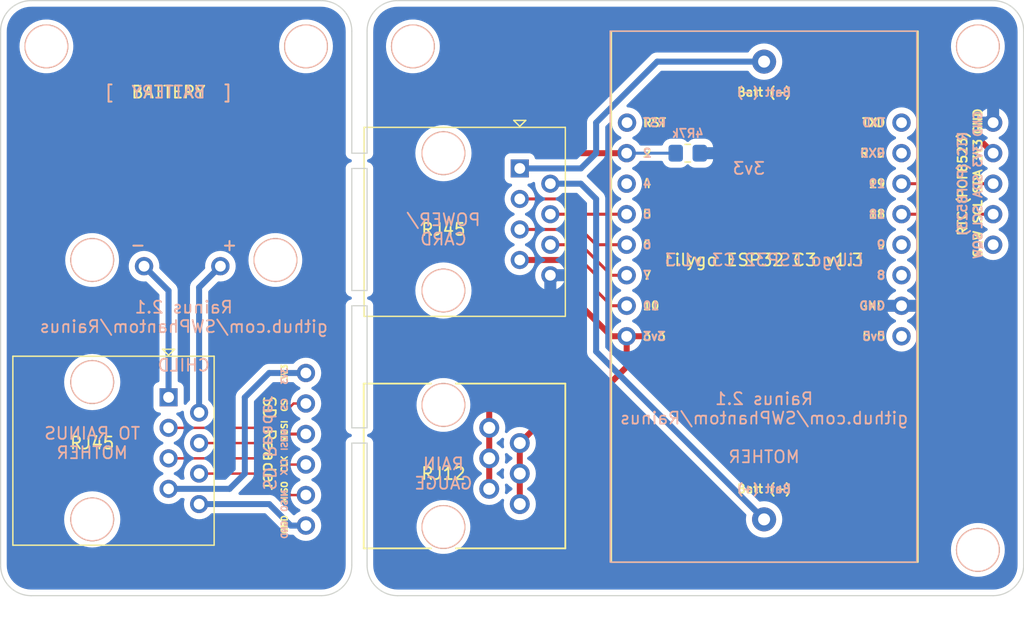
<source format=kicad_pcb>
(kicad_pcb (version 20211014) (generator pcbnew)
  (layers (0 "F.Cu" signal) (31 "B.Cu" signal) (34 "B.Paste" user) (35 "F.Paste" user) (36 "B.SilkS" user "B.Silkscreen") (37 "F.SilkS" user "F.Silkscreen") (38 "B.Mask" user) (39 "F.Mask" user) (44 "Edge.Cuts" user))
  (net 0 "")
  (footprint "" (layer "F.Cu") (at 120.64125 105.9275)
    (fp_text reference "" (at 0 0) (layer "F.SilkS") (effects (font (size 1.27 1.27))))
    (fp_text value "" (at 0 0) (layer "F.SilkS") (effects (font (size 1.27 1.27))))
    (pad "1" thru_hole circle (at 0 0) (size 1.524 1.524) (drill 0.9) (layers *.Cu *.Mask))
  )
  (footprint "footprints:CONN06_MOD-JACK_13P46X16P5_ASM" (layer "F.Cu") (at 138.43 104.14 90)
    (fp_text reference "REF**" hide)
    (fp_text value "CONN06_MOD-JACK_13P46X16P5_ASM")
    (fp_line (start -3.683 -12.976999) (end -3.683 -7.390225) (layer "F.SilkS") (width 0.1524))
    (fp_line (start -3.683 -5.309775) (end -3.683 3.787) (layer "F.SilkS") (width 0.1524))
    (fp_line (start 10.033 -12.976999) (end -3.683 -12.976999) (layer "F.SilkS") (width 0.1524))
    (fp_line (start 10.033 -7.390225) (end 10.033 -12.976999) (layer "F.SilkS") (width 0.1524))
    (fp_line (start -3.683 3.787) (end 10.033 3.787) (layer "F.SilkS") (width 0.1524))
    (fp_line (start 10.033 3.787) (end 10.033 -5.309775) (layer "F.SilkS") (width 0.1524))
    (pad "" np_thru_hole circle (at 8.255 -6.35) (size 3.65 3.65) (drill 3.45) (layers *.Cu *.SilkS *.Mask))
    (pad "" np_thru_hole circle (at -1.905 -6.35) (size 3.65 3.65) (drill 3.45) (layers *.Cu *.SilkS *.Mask))
    (pad "1" thru_hole circle (at 0 0 90) (size 1.651 1.651) (drill 1) (layers *.Cu *.Mask))
    (pad "2" thru_hole circle (at 1.27 -2.54 90) (size 1.651 1.651) (drill 1) (layers *.Cu *.Mask))
    (pad "3" thru_hole circle (at 2.54 0 90) (size 1.651 1.651) (drill 1) (layers *.Cu *.Mask))
    (pad "4" thru_hole circle (at 3.81 -2.54 90) (size 1.651 1.651) (drill 1) (layers *.Cu *.Mask))
    (pad "5" thru_hole circle (at 5.08 0 90) (size 1.651 1.651) (drill 1) (layers *.Cu *.Mask))
    (pad "6" thru_hole circle (at 6.35 -2.54 90) (size 1.651 1.651) (drill 1) (layers *.Cu *.Mask))
  )
  (footprint "clipboard:50623dbf-b44d-46ed-9fa6-c707c9688e8f" (layer "F.Cu") (at 99.06 66.04)
    (fp_text reference "" (at 0 0) (layer "F.SilkS") (effects (font (size 1.27 1.27))))
    (fp_text value "" (at 0 0) (layer "F.SilkS") (effects (font (size 1.27 1.27))))
    (pad "" np_thru_hole circle (at 0 0 270) (size 3.65 3.65) (drill 3.45) (layers *.Cu *.SilkS *.Mask))
  )
  (footprint "" (layer "F.Cu") (at 120.64125 98.3075)
    (fp_text reference "" (at 0 0) (layer "F.SilkS") (effects (font (size 1.27 1.27))))
    (fp_text value "" (at 0 0) (layer "F.SilkS") (effects (font (size 1.27 1.27))))
    (pad "1" thru_hole circle (at 0 0) (size 1.524 1.524) (drill 0.9) (layers *.Cu *.Mask))
  )
  (footprint "" (layer "F.Cu") (at 177.8 72.39)
    (fp_text reference "" (at 0 0) (layer "F.SilkS") (effects (font (size 1.27 1.27))))
    (fp_text value "" (at 0 0) (layer "F.SilkS") (effects (font (size 1.27 1.27))))
    (pad "1" thru_hole circle (at 0 0) (size 1.524 1.524) (drill 0.9) (layers *.Cu *.Mask))
  )
  (footprint "clipboard:50623dbf-b44d-46ed-9fa6-c707c9688e8f" (layer "F.Cu") (at 176.53 66.04)
    (fp_text reference "" (at 0 0) (layer "F.SilkS") (effects (font (size 1.27 1.27))))
    (fp_text value "" (at 0 0) (layer "F.SilkS") (effects (font (size 1.27 1.27))))
    (pad "" np_thru_hole circle (at 0 0 270) (size 3.65 3.65) (drill 3.45) (layers *.Cu *.SilkS *.Mask))
  )
  (footprint "clipboard:50623dbf-b44d-46ed-9fa6-c707c9688e8f" (layer "F.Cu") (at 176.53 107.95)
    (fp_text reference "" (at 0 0) (layer "F.SilkS") (effects (font (size 1.27 1.27))))
    (fp_text value "" (at 0 0) (layer "F.SilkS") (effects (font (size 1.27 1.27))))
    (pad "" np_thru_hole circle (at 0 0 270) (size 3.65 3.65) (drill 3.45) (layers *.Cu *.SilkS *.Mask))
  )
  (footprint "" (layer "F.Cu") (at 120.64125 93.2275)
    (fp_text reference "" (at 0 0) (layer "F.SilkS") (effects (font (size 1.27 1.27))))
    (fp_text value "" (at 0 0) (layer "F.SilkS") (effects (font (size 1.27 1.27))))
    (pad "1" thru_hole circle (at 0 0) (size 1.524 1.524) (drill 0.9) (layers *.Cu *.Mask))
  )
  (footprint "clipboard:50623dbf-b44d-46ed-9fa6-c707c9688e8f" (layer "F.Cu") (at 118.11 83.82)
    (fp_text reference "" (at 0 0) (layer "F.SilkS") (effects (font (size 1.27 1.27))))
    (fp_text value "" (at 0 0) (layer "F.SilkS") (effects (font (size 1.27 1.27))))
    (pad "" np_thru_hole circle (at 0 0 270) (size 3.65 3.65) (drill 3.45) (layers *.Cu *.SilkS *.Mask))
  )
  (footprint "" (layer "F.Cu") (at 177.8 77.47)
    (fp_text reference "" (at 0 0) (layer "F.SilkS") (effects (font (size 1.27 1.27))))
    (fp_text value "" (at 0 0) (layer "F.SilkS") (effects (font (size 1.27 1.27))))
    (pad "1" thru_hole circle (at 0 0) (size 1.524 1.524) (drill 0.9) (layers *.Cu *.Mask))
  )
  (footprint "" (layer "F.Cu") (at 120.64125 103.3875)
    (fp_text reference "" (at 0 0) (layer "F.SilkS") (effects (font (size 1.27 1.27))))
    (fp_text value "" (at 0 0) (layer "F.SilkS") (effects (font (size 1.27 1.27))))
    (pad "1" thru_hole circle (at 0 0) (size 1.524 1.524) (drill 0.9) (layers *.Cu *.Mask))
  )
  (footprint "Connector_RJ:RJ45_OST_PJ012-8P8CX_Vertical" (layer "F.Cu") (at 138.43 76.2 -90)
    (fp_text reference "REF**" hide)
    (fp_text value "RJ45_OST_PJ012-8P8CX_Vertical")
    (fp_line (start -4 0.5) (end -3.5 0) (layer "F.SilkS") (width 0.12))
    (fp_line (start 12.31 12.95) (end -3.42 12.95) (layer "F.SilkS") (width 0.12))
    (fp_line (start -3.5 0) (end -4 -0.5) (layer "F.SilkS") (width 0.12))
    (fp_line (start -3.42 -3.79) (end -3.42 12.95) (layer "F.SilkS") (width 0.12))
    (fp_line (start 12.31 -3.79) (end 12.31 12.95) (layer "F.SilkS") (width 0.12))
    (fp_line (start 12.3 -3.79) (end -3.42 -3.79) (layer "F.SilkS") (width 0.12))
    (fp_line (start -4 -0.5) (end -4 0.5) (layer "F.SilkS") (width 0.12))
    (pad "" np_thru_hole circle (at 10.16 6.35 270) (size 3.65 3.65) (drill 3.45) (layers *.Cu *.SilkS *.Mask))
    (pad "" np_thru_hole circle (at -1.27 6.35 270) (size 3.65 3.65) (drill 3.45) (layers F&B.Cu *.SilkS *.Mask))
    (pad "1" thru_hole rect (at 0 0 270) (size 1.5 1.5) (drill 0.9) (layers *.Cu *.Mask))
    (pad "2" thru_hole circle (at 1.27 -2.54 270) (size 1.5 1.5) (drill 0.9) (layers *.Cu *.Mask))
    (pad "3" thru_hole circle (at 2.54 0 270) (size 1.5 1.5) (drill 0.9) (layers *.Cu *.Mask))
    (pad "4" thru_hole circle (at 3.81 -2.54 270) (size 1.5 1.5) (drill 0.9) (layers *.Cu *.Mask))
    (pad "5" thru_hole circle (at 5.08 0 270) (size 1.5 1.5) (drill 0.9) (layers *.Cu *.Mask))
    (pad "6" thru_hole circle (at 6.35 -2.54 270) (size 1.5 1.5) (drill 0.9) (layers *.Cu *.Mask))
    (pad "7" thru_hole circle (at 7.62 0 270) (size 1.5 1.5) (drill 0.9) (layers *.Cu *.Mask))
    (pad "8" thru_hole circle (at 8.89 -2.54 270) (size 1.5 1.5) (drill 0.9) (layers *.Cu *.Mask))
  )
  (footprint "" (layer "F.Cu") (at 177.8 80.01)
    (fp_text reference "" (at 0 0) (layer "F.SilkS") (effects (font (size 1.27 1.27))))
    (fp_text value "" (at 0 0) (layer "F.SilkS") (effects (font (size 1.27 1.27))))
    (pad "1" thru_hole circle (at 0 0) (size 1.524 1.524) (drill 0.9) (layers *.Cu *.Mask))
  )
  (footprint "clipboard:50623dbf-b44d-46ed-9fa6-c707c9688e8f" (layer "F.Cu") (at 102.87 83.82)
    (fp_text reference "" (at 0 0) (layer "F.SilkS") (effects (font (size 1.27 1.27))))
    (fp_text value "" (at 0 0) (layer "F.SilkS") (effects (font (size 1.27 1.27))))
    (pad "" np_thru_hole circle (at 0 0 270) (size 3.65 3.65) (drill 3.45) (layers *.Cu *.SilkS *.Mask))
  )
  (footprint "clipboard:50623dbf-b44d-46ed-9fa6-c707c9688e8f" (layer "F.Cu") (at 120.65 66.04)
    (fp_text reference "" (at 0 0) (layer "F.SilkS") (effects (font (size 1.27 1.27))))
    (fp_text value "" (at 0 0) (layer "F.SilkS") (effects (font (size 1.27 1.27))))
    (pad "" np_thru_hole circle (at 0 0 270) (size 3.65 3.65) (drill 3.45) (layers *.Cu *.SilkS *.Mask))
  )
  (footprint "Resistor_SMD:R_0805_2012Metric_Pad1.20x1.40mm_HandSolder" (layer "F.Cu") (at 152.4 74.93)
    (fp_text reference "4R7k" (at 0 -1.65) (layer "B.SilkS") (effects (font (size 0.7 0.7)) (justify mirror)))
    (fp_text value "R_0805_2012Metric_Pad1.20x1.40mm_HandSolder")
    (fp_line (start -0.227064 0.735) (end 0.227064 0.735) (layer "F.SilkS") (width 0.12))
    (fp_line (start -0.227064 -0.735) (end 0.227064 -0.735) (layer "F.SilkS") (width 0.12))
    (pad "1" smd roundrect (at -1 0) (size 1.2 1.4) (layers "B.Cu" "B.Mask") (roundrect_rratio 0.2083333333))
    (pad "2" smd roundrect (at 1 0) (size 1.2 1.4) (layers "B.Cu" "B.Mask") (roundrect_rratio 0.2083333333))
  )
  (footprint "" (layer "F.Cu") (at 107.18 84.3375)
    (fp_text reference "" (at 0 0) (layer "F.SilkS") (effects (font (size 1.27 1.27))))
    (fp_text value "" (at 0 0) (layer "F.SilkS") (effects (font (size 1.27 1.27))))
    (pad "1" thru_hole circle (at 0 0) (size 1.524 1.524) (drill 0.9) (layers *.Cu *.Mask))
  )
  (footprint "" (layer "F.Cu") (at 120.64125 100.8475)
    (fp_text reference "" (at 0 0) (layer "F.SilkS") (effects (font (size 1.27 1.27))))
    (fp_text value "" (at 0 0) (layer "F.SilkS") (effects (font (size 1.27 1.27))))
    (pad "1" thru_hole circle (at 0 0) (size 1.524 1.524) (drill 0.9) (layers *.Cu *.Mask))
  )
  (footprint "Espressif:esp32-c3-lilygo" (layer "F.Cu") (at 146.05 64.77)
    (fp_text reference "REF**" hide)
    (fp_text value "esp32-c3-lilygo")
    (fp_text user "19" (at 22.86 12.7 unlocked) (layer "B.SilkS") (effects (font (size 0.7 0.7)) (justify left mirror)))
    (fp_text user "4" (at 2.54 12.7 unlocked) (layer "B.SilkS") (effects (font (size 0.7 0.7)) (justify right mirror)))
    (fp_text user "6" (at 2.54 17.78 unlocked) (layer "B.SilkS") (effects (font (size 0.7 0.7)) (justify right mirror)))
    (fp_text user "8" (at 22.86 20.32 unlocked) (layer "B.SilkS") (effects (font (size 0.7 0.7)) (justify left mirror)))
    (fp_text user "3v3" (at 2.54 25.4 unlocked) (layer "B.SilkS") (effects (font (size 0.7 0.7)) (justify right mirror)))
    (fp_text user "RXD" (at 22.86 10.16 unlocked) (layer "B.SilkS") (effects (font (size 0.7 0.7)) (justify left mirror)))
    (fp_text user "Batt (-)" (at 12.7 5.08 unlocked) (layer "B.SilkS") (effects (font (size 0.7 0.7)) (justify mirror)))
    (fp_text user "5" (at 2.54 15.24 unlocked) (layer "B.SilkS") (effects (font (size 0.7 0.7)) (justify right mirror)))
    (fp_text user "2" (at 2.54 10.16 unlocked) (layer "B.SilkS") (effects (font (size 0.7 0.7)) (justify right mirror)))
    (fp_text user "10" (at 2.54 22.86 unlocked) (layer "B.SilkS") (effects (font (size 0.7 0.7)) (justify right mirror)))
    (fp_text user "7" (at 2.54 20.32 unlocked) (layer "B.SilkS") (effects (font (size 0.7 0.7)) (justify right mirror)))
    (fp_text user "TXD" (at 22.86 7.62 unlocked) (layer "B.SilkS") (effects (font (size 0.7 0.7)) (justify left mirror)))
    (fp_text user "9" (at 22.86 17.78 unlocked) (layer "B.SilkS") (effects (font (size 0.7 0.7)) (justify left mirror)))
    (fp_text user "GND" (at 22.86 22.86 unlocked) (layer "B.SilkS") (effects (font (size 0.7 0.7)) (justify left mirror)))
    (fp_text user "Batt (+)" (at 12.7 38.1 unlocked) (layer "B.SilkS") (effects (font (size 0.7 0.7)) (justify mirror)))
    (fp_text user "RST" (at 2.54 7.62 unlocked) (layer "B.SilkS") (effects (font (size 0.7 0.7)) (justify right mirror)))
    (fp_text user "18" (at 22.86 15.24 unlocked) (layer "B.SilkS") (effects (font (size 0.7 0.7)) (justify left mirror)))
    (fp_text user "5v5" (at 22.86 25.4 unlocked) (layer "B.SilkS") (effects (font (size 0.7 0.7)) (justify left mirror)))
    (fp_text user "2" (at 2.54 10.16 unlocked) (layer "F.SilkS") (effects (font (size 0.7 0.7)) (justify left)))
    (fp_text user "7" (at 2.54 20.32 unlocked) (layer "F.SilkS") (effects (font (size 0.7 0.7)) (justify left)))
    (fp_text user "Batt (+)" (at 12.7 38.1 unlocked) (layer "F.SilkS") (effects (font (size 0.7 0.7))))
    (fp_text user "5v5" (at 22.86 25.4 unlocked) (layer "F.SilkS") (effects (font (size 0.7 0.7)) (justify right)))
    (fp_text user "19" (at 22.86 12.7 unlocked) (layer "F.SilkS") (effects (font (size 0.7 0.7)) (justify right)))
    (fp_text user "3v3" (at 2.54 25.4 unlocked) (layer "F.SilkS") (effects (font (size 0.7 0.7)) (justify left)))
    (fp_text user "18" (at 22.86 15.24 unlocked) (layer "F.SilkS") (effects (font (size 0.7 0.7)) (justify right)))
    (fp_text user "RST" (at 2.54 7.62 unlocked) (layer "F.SilkS") (effects (font (size 0.7 0.7)) (justify left)))
    (fp_text user "6" (at 2.54 17.78 unlocked) (layer "F.SilkS") (effects (font (size 0.7 0.7)) (justify left)))
    (fp_text user "4" (at 2.54 12.7 unlocked) (layer "F.SilkS") (effects (font (size 0.7 0.7)) (justify left)))
    (fp_text user "5" (at 2.54 15.24 unlocked) (layer "F.SilkS") (effects (font (size 0.7 0.7)) (justify left)))
    (fp_text user "10" (at 2.54 22.86 unlocked) (layer "F.SilkS") (effects (font (size 0.7 0.7)) (justify left)))
    (fp_text user "Batt (-)" (at 12.7 5.08 unlocked) (layer "F.SilkS") (effects (font (size 0.7 0.7))))
    (fp_text user "TXD" (at 22.86 7.62 unlocked) (layer "F.SilkS") (effects (font (size 0.7 0.7)) (justify right)))
    (fp_text user "8" (at 22.86 20.32 unlocked) (layer "F.SilkS") (effects (font (size 0.7 0.7)) (justify right)))
    (fp_text user "9" (at 22.86 17.78 unlocked) (layer "F.SilkS") (effects (font (size 0.7 0.7)) (justify right)))
    (fp_text user "RXD" (at 22.86 10.16 unlocked) (layer "F.SilkS") (effects (font (size 0.7 0.7)) (justify right)))
    (fp_text user "GND" (at 22.86 22.86 unlocked) (layer "F.SilkS") (effects (font (size 0.7 0.7)) (justify right)))
    (fp_rect (start -0.1 0) (end 25.4 44.2) (layer "B.SilkS") (width 0.12) (fill none))
    (fp_rect (start 0 0) (end 25.5 44.2) (layer "F.SilkS") (width 0.12) (fill none))
    (pad "+" thru_hole circle (at 12.7 40.64) (size 2 2) (drill 1) (layers *.Cu *.Mask))
    (pad "-" thru_hole circle (at 12.7 2.54) (size 2 2) (drill 1) (layers *.Cu *.Mask))
    (pad "2" thru_hole circle (at 1.27 10.16) (size 1.524 1.524) (drill 0.9) (layers *.Cu *.Mask))
    (pad "3v3" thru_hole circle (at 1.27 25.4) (size 1.524 1.524) (drill 0.9) (layers *.Cu *.Mask))
    (pad "4" thru_hole circle (at 1.27 12.7) (size 1.524 1.524) (drill 0.9) (layers *.Cu *.Mask))
    (pad "5" thru_hole circle (at 1.27 15.24) (size 1.524 1.524) (drill 0.9) (layers *.Cu *.Mask))
    (pad "5v5" thru_hole circle (at 24.13 25.4) (size 1.524 1.524) (drill 0.9) (layers *.Cu *.Mask))
    (pad "6" thru_hole circle (at 1.27 17.78) (size 1.524 1.524) (drill 0.9) (layers *.Cu *.Mask))
    (pad "7" thru_hole circle (at 1.27 20.32) (size 1.524 1.524) (drill 0.9) (layers *.Cu *.Mask))
    (pad "8" thru_hole circle (at 24.13 20.32) (size 1.524 1.524) (drill 0.9) (layers *.Cu *.Mask))
    (pad "9" thru_hole circle (at 24.13 17.78) (size 1.524 1.524) (drill 0.9) (layers *.Cu *.Mask))
    (pad "10" thru_hole circle (at 1.27 22.86) (size 1.524 1.524) (drill 0.9) (layers *.Cu *.Mask))
    (pad "18" thru_hole circle (at 24.13 15.24) (size 1.524 1.524) (drill 0.9) (layers *.Cu *.Mask))
    (pad "19" thru_hole circle (at 24.13 12.7) (size 1.524 1.524) (drill 0.9) (layers *.Cu *.Mask))
    (pad "GND" thru_hole circle (at 24.13 22.86) (size 1.524 1.524) (drill 0.9) (layers *.Cu *.Mask))
    (pad "RST" thru_hole oval (at 1.3 7.62) (size 1.524 1.524) (drill 0.9) (layers *.Cu *.Mask))
    (pad "RXD" thru_hole circle (at 24.13 10.16) (size 1.524 1.524) (drill 0.9) (layers *.Cu *.Mask))
    (pad "TXD" thru_hole oval (at 24.13 7.62) (size 1.524 1.524) (drill 0.9) (layers *.Cu *.Mask))
  )
  (footprint "" (layer "F.Cu") (at 177.8 82.55)
    (fp_text reference "" (at 0 0) (layer "F.SilkS") (effects (font (size 1.27 1.27))))
    (fp_text value "" (at 0 0) (layer "F.SilkS") (effects (font (size 1.27 1.27))))
    (pad "1" thru_hole circle (at 0 0) (size 1.524 1.524) (drill 0.9) (layers *.Cu *.Mask))
  )
  (footprint "Connector_RJ:RJ45_OST_PJ012-8P8CX_Vertical" (layer "F.Cu") (at 109.22 95.25 -90)
    (fp_text reference "REF**" hide)
    (fp_text value "RJ45_OST_PJ012-8P8CX_Vertical")
    (fp_line (start -4 -0.5) (end -4 0.5) (layer "F.SilkS") (width 0.12))
    (fp_line (start -3.42 -3.79) (end -3.42 12.95) (layer "F.SilkS") (width 0.12))
    (fp_line (start 12.31 -3.79) (end 12.31 12.95) (layer "F.SilkS") (width 0.12))
    (fp_line (start -3.5 0) (end -4 -0.5) (layer "F.SilkS") (width 0.12))
    (fp_line (start 12.31 12.95) (end -3.42 12.95) (layer "F.SilkS") (width 0.12))
    (fp_line (start 12.3 -3.79) (end -3.42 -3.79) (layer "F.SilkS") (width 0.12))
    (fp_line (start -4 0.5) (end -3.5 0) (layer "F.SilkS") (width 0.12))
    (pad "" np_thru_hole circle (at 10.16 6.35 270) (size 3.65 3.65) (drill 3.45) (layers *.Cu *.SilkS *.Mask))
    (pad "" np_thru_hole circle (at -1.27 6.35 270) (size 3.65 3.65) (drill 3.45) (layers *.Cu *.SilkS *.Mask))
    (pad "1" thru_hole rect (at 0 0 270) (size 1.5 1.5) (drill 0.9) (layers *.Cu *.Mask))
    (pad "2" thru_hole circle (at 1.27 -2.54 270) (size 1.5 1.5) (drill 0.9) (layers *.Cu *.Mask))
    (pad "3" thru_hole circle (at 2.54 0 270) (size 1.5 1.5) (drill 0.9) (layers *.Cu *.Mask))
    (pad "4" thru_hole circle (at 3.81 -2.54 270) (size 1.5 1.5) (drill 0.9) (layers *.Cu *.Mask))
    (pad "5" thru_hole circle (at 5.08 0 270) (size 1.5 1.5) (drill 0.9) (layers *.Cu *.Mask))
    (pad "6" thru_hole circle (at 6.35 -2.54 270) (size 1.5 1.5) (drill 0.9) (layers *.Cu *.Mask))
    (pad "7" thru_hole circle (at 7.62 0 270) (size 1.5 1.5) (drill 0.9) (layers *.Cu *.Mask))
    (pad "8" thru_hole circle (at 8.89 -2.54 270) (size 1.5 1.5) (drill 0.9) (layers *.Cu *.Mask))
  )
  (footprint "" (layer "F.Cu") (at 113.53 84.3375)
    (fp_text reference "" (at 0 0) (layer "F.SilkS") (effects (font (size 1.27 1.27))))
    (fp_text value "" (at 0 0) (layer "F.SilkS") (effects (font (size 1.27 1.27))))
    (pad "1" thru_hole circle (at 0 0) (size 1.524 1.524) (drill 0.9) (layers *.Cu *.Mask))
  )
  (footprint "" (layer "F.Cu") (at 120.64125 95.7675)
    (fp_text reference "" (at 0 0) (layer "F.SilkS") (effects (font (size 1.27 1.27))))
    (fp_text value "" (at 0 0) (layer "F.SilkS") (effects (font (size 1.27 1.27))))
    (pad "1" thru_hole circle (at 0 0) (size 1.524 1.524) (drill 0.9) (layers *.Cu *.Mask))
  )
  (footprint "clipboard:50623dbf-b44d-46ed-9fa6-c707c9688e8f" (layer "F.Cu") (at 129.54 66.04)
    (fp_text reference "" (at 0 0) (layer "F.SilkS") (effects (font (size 1.27 1.27))))
    (fp_text value "" (at 0 0) (layer "F.SilkS") (effects (font (size 1.27 1.27))))
    (pad "" np_thru_hole circle (at 0 0 270) (size 3.65 3.65) (drill 3.45) (layers *.Cu *.SilkS *.Mask))
  )
  (footprint "" (layer "F.Cu") (at 177.8 74.93)
    (fp_text reference "" (at 0 0) (layer "F.SilkS") (effects (font (size 1.27 1.27))))
    (fp_text value "" (at 0 0) (layer "F.SilkS") (effects (font (size 1.27 1.27))))
    (pad "1" thru_hole circle (at 0 0) (size 1.524 1.524) (drill 0.9) (layers *.Cu *.Mask))
  )
  (gr_line (start 124.46 109.22) (end 124.46 99.06) (layer "Edge.Cuts") (width 0.1))
  (gr_line (start 125.73 64.77) (end 125.73 74.93) (layer "Edge.Cuts") (width 0.1))
  (gr_line (start 95.25 64.77) (end 95.25 109.22) (layer "Edge.Cuts") (width 0.1))
  (gr_line (start 124.46 99.06) (end 125.73 99.06) (layer "Edge.Cuts") (width 0.1))
  (gr_line (start 124.46 74.93) (end 125.73 74.93) (layer "Edge.Cuts") (width 0.1))
  (gr_line (start 177.8 62.23) (end 128.27 62.23) (layer "Edge.Cuts") (width 0.1))
  (gr_arc (start 121.92 62.23) (mid 123.716051 62.973949) (end 124.46 64.77) (layer "Edge.Cuts") (width 0.1))
  (gr_line (start 125.73 86.36) (end 125.73 76.2) (layer "Edge.Cuts") (width 0.1))
  (gr_arc (start 177.8 62.23) (mid 179.596051 62.973949) (end 180.34 64.77) (layer "Edge.Cuts") (width 0.1))
  (gr_arc (start 125.73 64.77) (mid 126.473949 62.973949) (end 128.27 62.23) (layer "Edge.Cuts") (width 0.1))
  (gr_line (start 180.34 109.22) (end 180.34 64.77) (layer "Edge.Cuts") (width 0.1))
  (gr_line (start 124.46 64.77) (end 124.46 74.93) (layer "Edge.Cuts") (width 0.1))
  (gr_line (start 124.46 87.63) (end 125.73 87.63) (layer "Edge.Cuts") (width 0.1))
  (gr_arc (start 180.34 109.22) (mid 179.596051 111.016051) (end 177.8 111.76) (layer "Edge.Cuts") (width 0.1))
  (gr_line (start 124.46 86.36) (end 125.73 86.36) (layer "Edge.Cuts") (width 0.1))
  (gr_line (start 124.46 97.79) (end 124.46 87.63) (layer "Edge.Cuts") (width 0.1))
  (gr_arc (start 95.25 64.77) (mid 95.993949 62.973949) (end 97.79 62.23) (layer "Edge.Cuts") (width 0.1))
  (gr_line (start 125.73 97.79) (end 124.46 97.79) (layer "Edge.Cuts") (width 0.1))
  (gr_line (start 121.92 62.23) (end 97.79 62.23) (layer "Edge.Cuts") (width 0.1))
  (gr_line (start 97.79 111.76) (end 121.92 111.76) (layer "Edge.Cuts") (width 0.1))
  (gr_arc (start 124.46 109.22) (mid 123.716051 111.016051) (end 121.92 111.76) (layer "Edge.Cuts") (width 0.1))
  (gr_arc (start 97.79 111.76) (mid 95.993949 111.016051) (end 95.25 109.22) (layer "Edge.Cuts") (width 0.1))
  (gr_line (start 125.73 99.06) (end 125.73 109.22) (layer "Edge.Cuts") (width 0.1))
  (gr_line (start 177.8 111.76) (end 128.27 111.76) (layer "Edge.Cuts") (width 0.1))
  (gr_line (start 125.73 76.2) (end 124.46 76.2) (layer "Edge.Cuts") (width 0.1))
  (gr_line (start 125.73 87.63) (end 125.73 97.79) (layer "Edge.Cuts") (width 0.1))
  (gr_line (start 124.46 76.2) (end 124.46 86.36) (layer "Edge.Cuts") (width 0.1))
  (gr_arc (start 128.27 111.76) (mid 126.473949 111.016051) (end 125.73 109.22) (layer "Edge.Cuts") (width 0.1))
  (gr_text "-" (at 106.67125 82.55) (layer "B.SilkS") (effects (font (size 1 1)) (justify mirror)))
  (gr_text "SCL" (at 176.53 81.28 90) (layer "B.SilkS") (effects (font (size 0.7 0.7)) (justify right mirror)))
  (gr_text "Rainus 2.1\ngithub.com/SWPhantom/Rainus\n\nCHILD" (at 110.48125 90.17) (layer "B.SilkS") (effects (font (size 1 1)) (justify mirror)))
  (gr_text "CLK" (at 118.832209 100.269537 90) (layer "B.SilkS") (effects (font (size 0.5 0.5) (thickness 0.125)) (justify left mirror)))
  (gr_text "RAIN\nGAUGE" (at 132.08 101.6) (layer "B.SilkS") (effects (font (size 1 1)) (justify mirror)))
  (gr_text "MISO" (at 118.8625 102.87 90) (layer "B.SilkS") (effects (font (size 0.5 0.5) (thickness 0.125)) (justify left mirror)))
  (gr_text "SQW" (at 176.53 83.82 90) (layer "B.SilkS") (effects (font (size 0.7 0.7)) (justify right mirror)))
  (gr_text "CS" (at 118.8625 95.25 90) (layer "B.SilkS") (effects (font (size 0.5 0.5) (thickness 0.125)) (justify left mirror)))
  (gr_text "TO RAINUS\nMOTHER" (at 102.87 99.06) (layer "B.SilkS") (effects (font (size 1 1)) (justify mirror)))
  (gr_text "RTC (PCF8523)" (at 175.26 77.47 90) (layer "B.SilkS") (effects (font (size 0.75 0.75)) (justify mirror)))
  (gr_text "SD Reader" (at 117.5925 99.06 -90) (layer "B.SilkS") (effects (font (size 1 1)) (justify mirror)))
  (gr_text "SDA" (at 176.53 78.74 90) (layer "B.SilkS") (effects (font (size 0.7 0.7)) (justify right mirror)))
  (gr_text "POWER/\nCARD" (at 132.08 81.28) (layer "B.SilkS") (effects (font (size 1 1)) (justify mirror)))
  (gr_text "MOSI" (at 118.8625 97.79 90) (layer "B.SilkS") (effects (font (size 0.5 0.5) (thickness 0.125)) (justify left mirror)))
  (gr_text "3v3" (at 157.48 76.2) (layer "B.SilkS") (effects (font (size 1 1)) (justify mirror)))
  (gr_text "GND" (at 176.53 73.66 90) (layer "B.SilkS") (effects (font (size 0.7 0.7)) (justify right mirror)))
  (gr_text "3V3" (at 176.53 76.2 90) (layer "B.SilkS") (effects (font (size 0.7 0.7)) (justify right mirror)))
  (gr_text "3V3" (at 118.8625 92.71 90) (layer "B.SilkS") (effects (font (size 0.5 0.5) (thickness 0.125)) (justify left mirror)))
  (gr_text "Lilygo ESP32 C3 v1.3" (at 158.75 83.82) (layer "B.SilkS") (effects (font (size 1 1)) (justify mirror)))
  (gr_text "GND" (at 118.8625 105.41 90) (layer "B.SilkS") (effects (font (size 0.5 0.5) (thickness 0.125)) (justify left mirror)))
  (gr_text "+" (at 114.29125 82.55) (layer "B.SilkS") (effects (font (size 1 1)) (justify mirror)))
  (gr_text "Rainus 2.1\ngithub.com/SWPhantom/Rainus\n\nMOTHER" (at 158.75 97.79) (layer "B.SilkS") (effects (font (size 1 1)) (justify mirror)))
  (gr_text "[  BATTERY  ]" (at 109.21125 69.85) (layer "B.SilkS") (effects (font (size 1 1)) (justify mirror)))
  (gr_text "CS" (at 118.8625 96.52 90) (layer "F.SilkS") (effects (font (size 0.5 0.5) (thickness 0.125)) (justify left)))
  (gr_text "GND" (at 118.8625 106.68 90) (layer "F.SilkS") (effects (font (size 0.5 0.5) (thickness 0.125)) (justify left)))
  (gr_text "MISO" (at 118.8625 104.14 90) (layer "F.SilkS") (effects (font (size 0.5 0.5) (thickness 0.125)) (justify left)))
  (gr_text "RTC (PCF8523)" (at 175.26 77.47 90) (layer "F.SilkS") (effects (font (size 0.75 0.75))))
  (gr_text "3V3" (at 176.53 73.66 90) (layer "F.SilkS") (effects (font (size 0.7 0.7)) (justify right)))
  (gr_text "CLK" (at 118.8625 101.6 90) (layer "F.SilkS") (effects (font (size 0.5 0.5) (thickness 0.125)) (justify left)))
  (gr_text "[  BATTERY  ]" (at 109.21125 69.85) (layer "F.SilkS") (effects (font (size 1 1))))
  (gr_text "RJ45" (at 132.08 81.28) (layer "F.SilkS") (effects (font (size 1 1))))
  (gr_text "3V3" (at 118.8625 93.98 90) (layer "F.SilkS") (effects (font (size 0.5 0.5) (thickness 0.125)) (justify left)))
  (gr_text "GND" (at 176.53 71.12 90) (layer "F.SilkS") (effects (font (size 0.7 0.7)) (justify right)))
  (gr_text "SDA" (at 176.53 76.2 90) (layer "F.SilkS") (effects (font (size 0.7 0.7)) (justify right)))
  (gr_text "MOSI" (at 118.8625 99.06 90) (layer "F.SilkS") (effects (font (size 0.5 0.5) (thickness 0.125)) (justify left)))
  (gr_text "SD Reader" (at 117.5925 99.06 -90) (layer "F.SilkS") (effects (font (size 1 1))))
  (gr_text "Lilygo ESP32 C3 v1.3" (at 158.75 83.82) (layer "F.SilkS") (effects (font (size 1 1))))
  (gr_text "-" (at 106.67125 82.55) (layer "F.SilkS") (effects (font (size 1 1))))
  (gr_text "RJ12" (at 132.08 101.6) (layer "F.SilkS") (effects (font (size 1 1))))
  (gr_text "SCL" (at 176.53 78.74 90) (layer "F.SilkS") (effects (font (size 0.7 0.7)) (justify right)))
  (gr_text "RJ45" (at 102.87 99.06) (layer "F.SilkS") (effects (font (size 1 1))))
  (gr_text "SQW" (at 176.53 81.28 90) (layer "F.SilkS") (effects (font (size 0.7 0.7)) (justify right)))
  (gr_text "+" (at 114.29125 82.55) (layer "F.SilkS") (effects (font (size 1 1))))
  (segment (start 147.32 82.55) (end 144.78 82.55) (width 0.25) (layer "F.Cu") (net 0))
  (segment (start 147.32 85.09) (end 146.05 85.09) (width 0.25) (layer "F.Cu") (net 0))
  (segment (start 144.78 82.55) (end 142.24 80.01) (width 0.25) (layer "F.Cu") (net 0))
  (segment (start 138.43 101.6) (end 138.43 99.06) (width 0.5) (layer "F.Cu") (net 0))
  (segment (start 146.05 85.09) (end 142.24 81.28) (width 0.25) (layer "F.Cu") (net 0))
  (segment (start 142.24 95.25) (end 144.78 95.25) (width 0.5) (layer "F.Cu") (net 0))
  (segment (start 117.5925 99.06) (end 111.76 99.06) (width 0.2) (layer "F.Cu") (net 0))
  (segment (start 166.37 69.85) (end 157.48 78.74) (width 0.5) (layer "F.Cu") (net 0))
  (segment (start 137.16 73.66) (end 139.7 73.66) (width 0.5) (layer "F.Cu") (net 0))
  (segment (start 147.32 80.01) (end 143.51 80.01) (width 0.25) (layer "F.Cu") (net 0))
  (segment (start 118.11 100.8475) (end 120.64125 100.8475) (width 0.2) (layer "F.Cu") (net 0))
  (segment (start 144.78 85.09) (end 142.24 82.55) (width 0.25) (layer "F.Cu") (net 0))
  (segment (start 135.89 74.93) (end 137.16 73.66) (width 0.5) (layer "F.Cu") (net 0))
  (segment (start 143.51 85.09) (end 142.24 83.82) (width 0.5) (layer "F.Cu") (net 0))
  (segment (start 170.18 80.01) (end 177.8 80.01) (width 0.25) (layer "F.Cu") (net 0))
  (segment (start 146.05 87.63) (end 144.78 86.36) (width 0.25) (layer "F.Cu") (net 0))
  (segment (start 119.615 95.7675) (end 120.64125 95.7675) (width 0.2) (layer "F.Cu") (net 0))
  (segment (start 151.13 90.17) (end 147.32 90.17) (width 0.5) (layer "F.Cu") (net 0))
  (segment (start 118.345 98.3075) (end 120.64125 98.3075) (width 0.25) (layer "F.Cu") (net 0))
  (segment (start 177.8 74.93) (end 172.72 69.85) (width 0.5) (layer "F.Cu") (net 0))
  (segment (start 157.48 78.74) (end 157.48 83.82) (width 0.5) (layer "F.Cu") (net 0))
  (segment (start 142.24 80.01) (end 140.97 80.01) (width 0.25) (layer "F.Cu") (net 0))
  (segment (start 117.5925 97.79) (end 109.22 97.79) (width 0.2) (layer "F.Cu") (net 0))
  (segment (start 117.5925 97.79) (end 119.615 95.7675) (width 0.2) (layer "F.Cu") (net 0))
  (segment (start 144.78 86.36) (end 144.78 85.09) (width 0.25) (layer "F.Cu") (net 0))
  (segment (start 117.5925 101.6) (end 119.38 103.3875) (width 0.2) (layer "F.Cu") (net 0))
  (segment (start 143.51 87.63) (end 143.51 85.09) (width 0.5) (layer "F.Cu") (net 0))
  (segment (start 142.24 78.74) (end 138.43 78.74) (width 0.25) (layer "F.Cu") (net 0))
  (segment (start 143.51 80.01) (end 142.24 78.74) (width 0.25) (layer "F.Cu") (net 0))
  (segment (start 117.5925 100.33) (end 118.11 100.8475) (width 0.2) (layer "F.Cu") (net 0))
  (segment (start 138.43 99.06) (end 142.24 95.25) (width 0.5) (layer "F.Cu") (net 0))
  (segment (start 157.48 83.82) (end 151.13 90.17) (width 0.5) (layer "F.Cu") (net 0))
  (segment (start 117.5925 99.06) (end 118.345 98.3075) (width 0.2) (layer "F.Cu") (net 0))
  (segment (start 135.89 100.33) (end 135.89 97.79) (width 0.5) (layer "F.Cu") (net 0))
  (segment (start 172.72 69.85) (end 166.37 69.85) (width 0.5) (layer "F.Cu") (net 0))
  (segment (start 144.78 95.25) (end 147.32 92.71) (width 0.5) (layer "F.Cu") (net 0))
  (segment (start 142.24 83.82) (end 138.43 83.82) (width 0.5) (layer "F.Cu") (net 0))
  (segment (start 117.5925 101.6) (end 111.76 101.6) (width 0.2) (layer "F.Cu") (net 0))
  (segment (start 147.32 92.71) (end 147.32 90.17) (width 0.5) (layer "F.Cu") (net 0))
  (segment (start 119.38 103.3875) (end 120.64125 103.3875) (width 0.2) (layer "F.Cu") (net 0))
  (segment (start 142.24 81.28) (end 138.43 81.28) (width 0.25) (layer "F.Cu") (net 0))
  (segment (start 117.5925 100.33) (end 109.22 100.33) (width 0.2) (layer "F.Cu") (net 0))
  (segment (start 146.05 90.17) (end 143.51 87.63) (width 0.5) (layer "F.Cu") (net 0))
  (segment (start 139.7 73.66) (end 140.97 74.93) (width 0.5) (layer "F.Cu") (net 0))
  (segment (start 142.24 82.55) (end 140.97 82.55) (width 0.25) (layer "F.Cu") (net 0))
  (segment (start 170.18 77.47) (end 177.8 77.47) (width 0.25) (layer "F.Cu") (net 0))
  (segment (start 138.43 104.14) (end 138.43 101.6) (width 0.5) (layer "F.Cu") (net 0))
  (segment (start 140.97 74.93) (end 147.32 74.93) (width 0.5) (layer "F.Cu") (net 0))
  (segment (start 147.32 90.17) (end 146.05 90.17) (width 0.5) (layer "F.Cu") (net 0))
  (segment (start 135.89 102.87) (end 135.89 100.33) (width 0.5) (layer "F.Cu") (net 0))
  (segment (start 147.32 87.63) (end 146.05 87.63) (width 0.25) (layer "F.Cu") (net 0))
  (segment (start 135.89 97.79) (end 135.89 74.93) (width 0.5) (layer "F.Cu") (net 0))
  (segment (start 144.78 74.93) (end 144.78 72.39) (width 0.5) (layer "B.Cu") (net 0))
  (segment (start 113.53 84.3375) (end 111.76 86.1075) (width 0.5) (layer "B.Cu") (net 0))
  (segment (start 149.86 67.31) (end 158.75 67.31) (width 0.5) (layer "B.Cu") (net 0))
  (segment (start 144.78 78.74) (end 144.78 91.44) (width 0.5) (layer "B.Cu") (net 0))
  (segment (start 177.8 72.39) (end 177.8 71.12) (width 1) (layer "B.Cu") (net 0))
  (segment (start 143.51 77.47) (end 144.78 78.74) (width 0.5) (layer "B.Cu") (net 0))
  (segment (start 147.32 74.93) (end 151.4 74.93) (width 0.25) (layer "B.Cu") (net 0))
  (segment (start 115.56125 101.6) (end 115.56125 95.25) (width 0.5) (layer "B.Cu") (net 0))
  (segment (start 140.97 85.09) (end 142.24 85.09) (width 1) (layer "B.Cu") (net 0))
  (segment (start 153.4 74.93) (end 154.94 74.93) (width 1) (layer "B.Cu") (net 0))
  (segment (start 144.78 91.44) (end 158.75 105.41) (width 0.5) (layer "B.Cu") (net 0))
  (segment (start 138.43 76.2) (end 143.51 76.2) (width 0.5) (layer "B.Cu") (net 0))
  (segment (start 140.97 85.09) (end 140.97 86.36) (width 1) (layer "B.Cu") (net 0))
  (segment (start 177.8 72.39) (end 176.53 72.39) (width 1) (layer "B.Cu") (net 0))
  (segment (start 114.29125 102.87) (end 115.56125 101.6) (width 0.5) (layer "B.Cu") (net 0))
  (segment (start 111.76 86.1075) (end 111.76 96.52) (width 0.5) (layer "B.Cu") (net 0))
  (segment (start 117.5925 104.14) (end 119.38 105.9275) (width 0.5) (layer "B.Cu") (net 0))
  (segment (start 117.58375 93.2275) (end 120.64125 93.2275) (width 0.5) (layer "B.Cu") (net 0))
  (segment (start 140.97 77.47) (end 143.51 77.47) (width 0.5) (layer "B.Cu") (net 0))
  (segment (start 170.18 87.63) (end 168.91 87.63) (width 1) (layer "B.Cu") (net 0))
  (segment (start 107.18 84.3375) (end 109.22 86.3775) (width 0.5) (layer "B.Cu") (net 0))
  (segment (start 144.78 72.39) (end 149.86 67.31) (width 0.5) (layer "B.Cu") (net 0))
  (segment (start 117.5925 104.14) (end 111.76 104.14) (width 0.5) (layer "B.Cu") (net 0))
  (segment (start 115.56125 95.25) (end 117.58375 93.2275) (width 0.5) (layer "B.Cu") (net 0))
  (segment (start 119.38 105.9275) (end 120.64125 105.9275) (width 0.5) (layer "B.Cu") (net 0))
  (segment (start 170.18 87.63) (end 171.45 87.63) (width 1) (layer "B.Cu") (net 0))
  (segment (start 109.22 86.3775) (end 109.22 95.25) (width 0.5) (layer "B.Cu") (net 0))
  (segment (start 109.22 102.87) (end 114.29125 102.87) (width 0.5) (layer "B.Cu") (net 0))
  (segment (start 143.51 76.2) (end 144.78 74.93) (width 0.5) (layer "B.Cu") (net 0))
  (zone (net 0) (net_name "") (layer "B.Cu") (name "GND") (connect_pads (clearance 0.508)) (min_thickness 0.254) (fill yes (thermal_gap 0.508) (thermal_bridge_width 0.508))
    (polygon (pts (xy 180.34 111.76) (xy 125.73 111.76) (xy 125.73 62.23) (xy 180.34 62.23)))
  )
  (zone (net 0) (net_name "") (layer "B.Cu") (name "GND") (connect_pads (clearance 0.508)) (min_thickness 0.254) (fill yes (thermal_gap 0.508) (thermal_bridge_width 0.508))
    (polygon (pts (xy 124.46 111.76) (xy 95.25 111.76) (xy 95.25 62.23) (xy 124.46 62.23)))
  )
)
</source>
